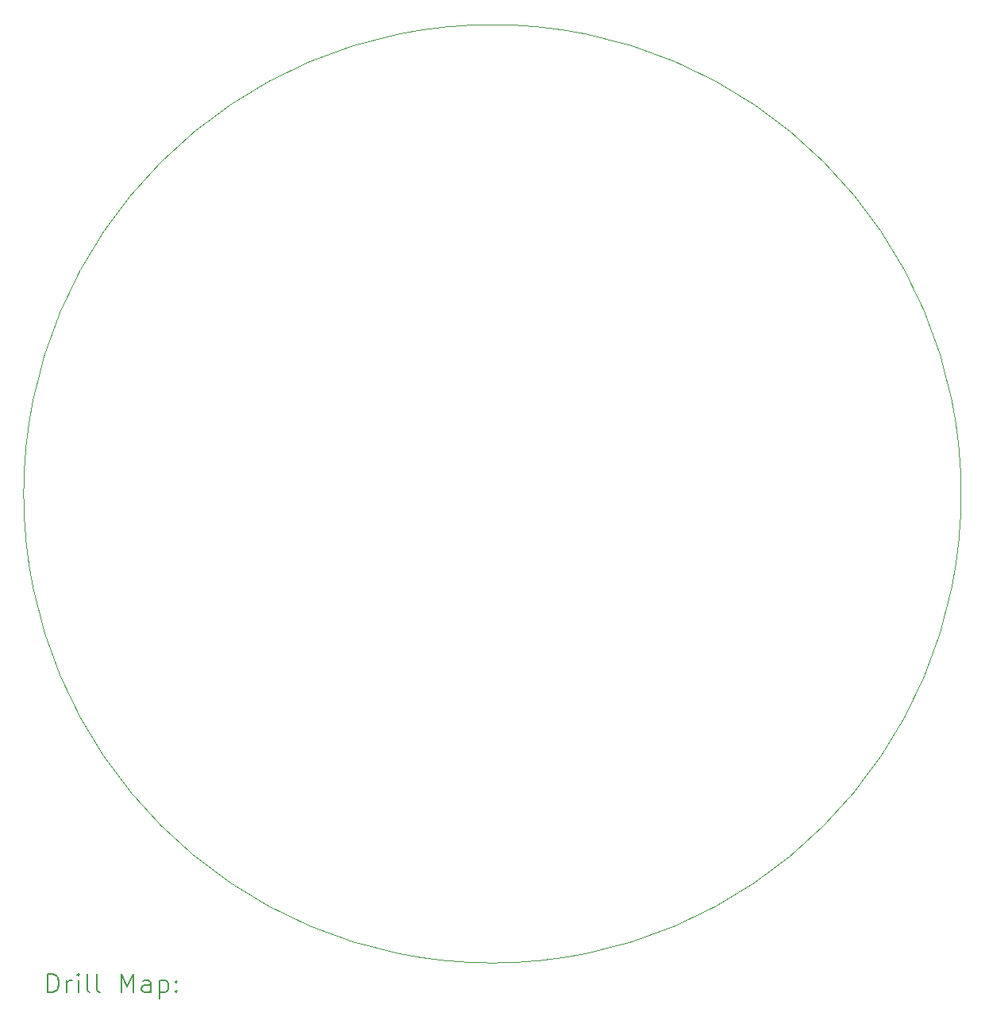
<source format=gbr>
%TF.GenerationSoftware,KiCad,Pcbnew,8.0.4*%
%TF.CreationDate,2024-09-30T00:03:33+08:00*%
%TF.ProjectId,Transformer_Monitor_V1,5472616e-7366-46f7-926d-65725f4d6f6e,rev?*%
%TF.SameCoordinates,Original*%
%TF.FileFunction,Drillmap*%
%TF.FilePolarity,Positive*%
%FSLAX45Y45*%
G04 Gerber Fmt 4.5, Leading zero omitted, Abs format (unit mm)*
G04 Created by KiCad (PCBNEW 8.0.4) date 2024-09-30 00:03:33*
%MOMM*%
%LPD*%
G01*
G04 APERTURE LIST*
%ADD10C,0.050000*%
%ADD11C,0.200000*%
G04 APERTURE END LIST*
D10*
X20000000Y-10000000D02*
G75*
G02*
X10000000Y-10000000I-5000000J0D01*
G01*
X10000000Y-10000000D02*
G75*
G02*
X20000000Y-10000000I5000000J0D01*
G01*
D11*
X10258277Y-15313984D02*
X10258277Y-15113984D01*
X10258277Y-15113984D02*
X10305896Y-15113984D01*
X10305896Y-15113984D02*
X10334467Y-15123508D01*
X10334467Y-15123508D02*
X10353515Y-15142555D01*
X10353515Y-15142555D02*
X10363039Y-15161603D01*
X10363039Y-15161603D02*
X10372563Y-15199698D01*
X10372563Y-15199698D02*
X10372563Y-15228269D01*
X10372563Y-15228269D02*
X10363039Y-15266365D01*
X10363039Y-15266365D02*
X10353515Y-15285412D01*
X10353515Y-15285412D02*
X10334467Y-15304460D01*
X10334467Y-15304460D02*
X10305896Y-15313984D01*
X10305896Y-15313984D02*
X10258277Y-15313984D01*
X10458277Y-15313984D02*
X10458277Y-15180650D01*
X10458277Y-15218746D02*
X10467801Y-15199698D01*
X10467801Y-15199698D02*
X10477324Y-15190174D01*
X10477324Y-15190174D02*
X10496372Y-15180650D01*
X10496372Y-15180650D02*
X10515420Y-15180650D01*
X10582086Y-15313984D02*
X10582086Y-15180650D01*
X10582086Y-15113984D02*
X10572563Y-15123508D01*
X10572563Y-15123508D02*
X10582086Y-15133031D01*
X10582086Y-15133031D02*
X10591610Y-15123508D01*
X10591610Y-15123508D02*
X10582086Y-15113984D01*
X10582086Y-15113984D02*
X10582086Y-15133031D01*
X10705896Y-15313984D02*
X10686848Y-15304460D01*
X10686848Y-15304460D02*
X10677324Y-15285412D01*
X10677324Y-15285412D02*
X10677324Y-15113984D01*
X10810658Y-15313984D02*
X10791610Y-15304460D01*
X10791610Y-15304460D02*
X10782086Y-15285412D01*
X10782086Y-15285412D02*
X10782086Y-15113984D01*
X11039229Y-15313984D02*
X11039229Y-15113984D01*
X11039229Y-15113984D02*
X11105896Y-15256841D01*
X11105896Y-15256841D02*
X11172563Y-15113984D01*
X11172563Y-15113984D02*
X11172563Y-15313984D01*
X11353515Y-15313984D02*
X11353515Y-15209222D01*
X11353515Y-15209222D02*
X11343991Y-15190174D01*
X11343991Y-15190174D02*
X11324943Y-15180650D01*
X11324943Y-15180650D02*
X11286848Y-15180650D01*
X11286848Y-15180650D02*
X11267801Y-15190174D01*
X11353515Y-15304460D02*
X11334467Y-15313984D01*
X11334467Y-15313984D02*
X11286848Y-15313984D01*
X11286848Y-15313984D02*
X11267801Y-15304460D01*
X11267801Y-15304460D02*
X11258277Y-15285412D01*
X11258277Y-15285412D02*
X11258277Y-15266365D01*
X11258277Y-15266365D02*
X11267801Y-15247317D01*
X11267801Y-15247317D02*
X11286848Y-15237793D01*
X11286848Y-15237793D02*
X11334467Y-15237793D01*
X11334467Y-15237793D02*
X11353515Y-15228269D01*
X11448753Y-15180650D02*
X11448753Y-15380650D01*
X11448753Y-15190174D02*
X11467801Y-15180650D01*
X11467801Y-15180650D02*
X11505896Y-15180650D01*
X11505896Y-15180650D02*
X11524943Y-15190174D01*
X11524943Y-15190174D02*
X11534467Y-15199698D01*
X11534467Y-15199698D02*
X11543991Y-15218746D01*
X11543991Y-15218746D02*
X11543991Y-15275888D01*
X11543991Y-15275888D02*
X11534467Y-15294936D01*
X11534467Y-15294936D02*
X11524943Y-15304460D01*
X11524943Y-15304460D02*
X11505896Y-15313984D01*
X11505896Y-15313984D02*
X11467801Y-15313984D01*
X11467801Y-15313984D02*
X11448753Y-15304460D01*
X11629705Y-15294936D02*
X11639229Y-15304460D01*
X11639229Y-15304460D02*
X11629705Y-15313984D01*
X11629705Y-15313984D02*
X11620182Y-15304460D01*
X11620182Y-15304460D02*
X11629705Y-15294936D01*
X11629705Y-15294936D02*
X11629705Y-15313984D01*
X11629705Y-15190174D02*
X11639229Y-15199698D01*
X11639229Y-15199698D02*
X11629705Y-15209222D01*
X11629705Y-15209222D02*
X11620182Y-15199698D01*
X11620182Y-15199698D02*
X11629705Y-15190174D01*
X11629705Y-15190174D02*
X11629705Y-15209222D01*
M02*

</source>
